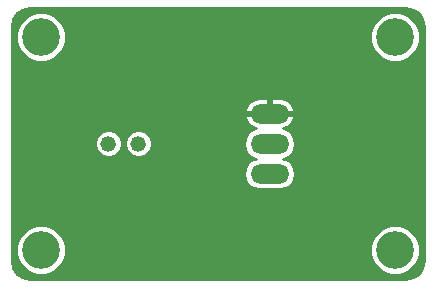
<source format=gbl>
G04 (created by PCBNEW (2013-07-07 BZR 4022)-stable) date 2015/2/26 10:28:25*
%MOIN*%
G04 Gerber Fmt 3.4, Leading zero omitted, Abs format*
%FSLAX34Y34*%
G01*
G70*
G90*
G04 APERTURE LIST*
%ADD10C,0.00590551*%
%ADD11O,0.129X0.0645*%
%ADD12C,0.126*%
%ADD13C,0.052*%
%ADD14C,0.032*%
%ADD15C,0.01*%
G04 APERTURE END LIST*
G54D10*
G54D11*
X24559Y-14354D03*
X24559Y-15354D03*
X24559Y-16354D03*
G54D12*
X16929Y-11811D03*
X28740Y-11811D03*
X16929Y-18897D03*
X28740Y-18897D03*
G54D13*
X19185Y-15354D03*
X20185Y-15354D03*
G54D14*
X21400Y-16250D03*
G54D10*
G36*
X29701Y-19270D02*
X29654Y-19506D01*
X29570Y-19632D01*
X29570Y-18733D01*
X29570Y-11646D01*
X29444Y-11341D01*
X29210Y-11107D01*
X28905Y-10981D01*
X28575Y-10980D01*
X28270Y-11106D01*
X28036Y-11340D01*
X27910Y-11645D01*
X27910Y-11975D01*
X28036Y-12280D01*
X28269Y-12514D01*
X28574Y-12640D01*
X28904Y-12641D01*
X29209Y-12515D01*
X29443Y-12281D01*
X29570Y-11976D01*
X29570Y-11646D01*
X29570Y-18733D01*
X29444Y-18428D01*
X29210Y-18194D01*
X28905Y-18067D01*
X28575Y-18067D01*
X28270Y-18193D01*
X28036Y-18426D01*
X27910Y-18731D01*
X27910Y-19062D01*
X28036Y-19367D01*
X28269Y-19600D01*
X28574Y-19727D01*
X28904Y-19727D01*
X29209Y-19601D01*
X29443Y-19368D01*
X29570Y-19063D01*
X29570Y-18733D01*
X29570Y-19632D01*
X29531Y-19690D01*
X29350Y-19811D01*
X29112Y-19859D01*
X25420Y-19859D01*
X25420Y-16354D01*
X25380Y-16154D01*
X25267Y-15984D01*
X25098Y-15871D01*
X25011Y-15854D01*
X25098Y-15837D01*
X25267Y-15723D01*
X25380Y-15554D01*
X25420Y-15354D01*
X25380Y-15154D01*
X25267Y-14984D01*
X25098Y-14871D01*
X25008Y-14853D01*
X25127Y-14817D01*
X25286Y-14688D01*
X25383Y-14508D01*
X25387Y-14485D01*
X25387Y-14223D01*
X25383Y-14200D01*
X25286Y-14020D01*
X25127Y-13890D01*
X24931Y-13831D01*
X24609Y-13831D01*
X24609Y-14304D01*
X25351Y-14304D01*
X25387Y-14223D01*
X25387Y-14485D01*
X25351Y-14404D01*
X24609Y-14404D01*
X24609Y-14412D01*
X24509Y-14412D01*
X24509Y-14404D01*
X24509Y-14304D01*
X24509Y-13831D01*
X24186Y-13831D01*
X23990Y-13890D01*
X23831Y-14020D01*
X23734Y-14200D01*
X23730Y-14223D01*
X23766Y-14304D01*
X24509Y-14304D01*
X24509Y-14404D01*
X23766Y-14404D01*
X23730Y-14485D01*
X23734Y-14508D01*
X23831Y-14688D01*
X23990Y-14817D01*
X24109Y-14853D01*
X24020Y-14871D01*
X23850Y-14984D01*
X23737Y-15154D01*
X23697Y-15354D01*
X23737Y-15554D01*
X23850Y-15723D01*
X24020Y-15837D01*
X24106Y-15854D01*
X24020Y-15871D01*
X23850Y-15984D01*
X23737Y-16154D01*
X23697Y-16354D01*
X23737Y-16554D01*
X23850Y-16723D01*
X24020Y-16837D01*
X24220Y-16876D01*
X24898Y-16876D01*
X25098Y-16837D01*
X25267Y-16723D01*
X25380Y-16554D01*
X25420Y-16354D01*
X25420Y-19859D01*
X20645Y-19859D01*
X20645Y-15263D01*
X20575Y-15094D01*
X20445Y-14964D01*
X20276Y-14894D01*
X20093Y-14894D01*
X19924Y-14964D01*
X19795Y-15093D01*
X19725Y-15262D01*
X19724Y-15445D01*
X19794Y-15614D01*
X19924Y-15744D01*
X20093Y-15814D01*
X20276Y-15814D01*
X20445Y-15744D01*
X20574Y-15615D01*
X20644Y-15446D01*
X20645Y-15263D01*
X20645Y-19859D01*
X19645Y-19859D01*
X19645Y-15263D01*
X19575Y-15094D01*
X19445Y-14964D01*
X19276Y-14894D01*
X19093Y-14894D01*
X18924Y-14964D01*
X18795Y-15093D01*
X18725Y-15262D01*
X18724Y-15445D01*
X18794Y-15614D01*
X18924Y-15744D01*
X19093Y-15814D01*
X19276Y-15814D01*
X19445Y-15744D01*
X19574Y-15615D01*
X19644Y-15446D01*
X19645Y-15263D01*
X19645Y-19859D01*
X17759Y-19859D01*
X17759Y-18733D01*
X17759Y-11646D01*
X17633Y-11341D01*
X17399Y-11107D01*
X17094Y-10981D01*
X16764Y-10980D01*
X16459Y-11106D01*
X16225Y-11340D01*
X16099Y-11645D01*
X16098Y-11975D01*
X16225Y-12280D01*
X16458Y-12514D01*
X16763Y-12640D01*
X17093Y-12641D01*
X17398Y-12515D01*
X17632Y-12281D01*
X17758Y-11976D01*
X17759Y-11646D01*
X17759Y-18733D01*
X17633Y-18428D01*
X17399Y-18194D01*
X17094Y-18067D01*
X16764Y-18067D01*
X16459Y-18193D01*
X16225Y-18426D01*
X16099Y-18731D01*
X16098Y-19062D01*
X16225Y-19367D01*
X16458Y-19600D01*
X16763Y-19727D01*
X17093Y-19727D01*
X17398Y-19601D01*
X17632Y-19368D01*
X17758Y-19063D01*
X17759Y-18733D01*
X17759Y-19859D01*
X16555Y-19859D01*
X16320Y-19812D01*
X16136Y-19689D01*
X16015Y-19507D01*
X15967Y-19269D01*
X15967Y-11439D01*
X16015Y-11201D01*
X16136Y-11019D01*
X16320Y-10896D01*
X16555Y-10849D01*
X29112Y-10849D01*
X29350Y-10897D01*
X29531Y-11018D01*
X29654Y-11202D01*
X29701Y-11437D01*
X29701Y-19270D01*
X29701Y-19270D01*
G37*
G54D15*
X29701Y-19270D02*
X29654Y-19506D01*
X29570Y-19632D01*
X29570Y-18733D01*
X29570Y-11646D01*
X29444Y-11341D01*
X29210Y-11107D01*
X28905Y-10981D01*
X28575Y-10980D01*
X28270Y-11106D01*
X28036Y-11340D01*
X27910Y-11645D01*
X27910Y-11975D01*
X28036Y-12280D01*
X28269Y-12514D01*
X28574Y-12640D01*
X28904Y-12641D01*
X29209Y-12515D01*
X29443Y-12281D01*
X29570Y-11976D01*
X29570Y-11646D01*
X29570Y-18733D01*
X29444Y-18428D01*
X29210Y-18194D01*
X28905Y-18067D01*
X28575Y-18067D01*
X28270Y-18193D01*
X28036Y-18426D01*
X27910Y-18731D01*
X27910Y-19062D01*
X28036Y-19367D01*
X28269Y-19600D01*
X28574Y-19727D01*
X28904Y-19727D01*
X29209Y-19601D01*
X29443Y-19368D01*
X29570Y-19063D01*
X29570Y-18733D01*
X29570Y-19632D01*
X29531Y-19690D01*
X29350Y-19811D01*
X29112Y-19859D01*
X25420Y-19859D01*
X25420Y-16354D01*
X25380Y-16154D01*
X25267Y-15984D01*
X25098Y-15871D01*
X25011Y-15854D01*
X25098Y-15837D01*
X25267Y-15723D01*
X25380Y-15554D01*
X25420Y-15354D01*
X25380Y-15154D01*
X25267Y-14984D01*
X25098Y-14871D01*
X25008Y-14853D01*
X25127Y-14817D01*
X25286Y-14688D01*
X25383Y-14508D01*
X25387Y-14485D01*
X25387Y-14223D01*
X25383Y-14200D01*
X25286Y-14020D01*
X25127Y-13890D01*
X24931Y-13831D01*
X24609Y-13831D01*
X24609Y-14304D01*
X25351Y-14304D01*
X25387Y-14223D01*
X25387Y-14485D01*
X25351Y-14404D01*
X24609Y-14404D01*
X24609Y-14412D01*
X24509Y-14412D01*
X24509Y-14404D01*
X24509Y-14304D01*
X24509Y-13831D01*
X24186Y-13831D01*
X23990Y-13890D01*
X23831Y-14020D01*
X23734Y-14200D01*
X23730Y-14223D01*
X23766Y-14304D01*
X24509Y-14304D01*
X24509Y-14404D01*
X23766Y-14404D01*
X23730Y-14485D01*
X23734Y-14508D01*
X23831Y-14688D01*
X23990Y-14817D01*
X24109Y-14853D01*
X24020Y-14871D01*
X23850Y-14984D01*
X23737Y-15154D01*
X23697Y-15354D01*
X23737Y-15554D01*
X23850Y-15723D01*
X24020Y-15837D01*
X24106Y-15854D01*
X24020Y-15871D01*
X23850Y-15984D01*
X23737Y-16154D01*
X23697Y-16354D01*
X23737Y-16554D01*
X23850Y-16723D01*
X24020Y-16837D01*
X24220Y-16876D01*
X24898Y-16876D01*
X25098Y-16837D01*
X25267Y-16723D01*
X25380Y-16554D01*
X25420Y-16354D01*
X25420Y-19859D01*
X20645Y-19859D01*
X20645Y-15263D01*
X20575Y-15094D01*
X20445Y-14964D01*
X20276Y-14894D01*
X20093Y-14894D01*
X19924Y-14964D01*
X19795Y-15093D01*
X19725Y-15262D01*
X19724Y-15445D01*
X19794Y-15614D01*
X19924Y-15744D01*
X20093Y-15814D01*
X20276Y-15814D01*
X20445Y-15744D01*
X20574Y-15615D01*
X20644Y-15446D01*
X20645Y-15263D01*
X20645Y-19859D01*
X19645Y-19859D01*
X19645Y-15263D01*
X19575Y-15094D01*
X19445Y-14964D01*
X19276Y-14894D01*
X19093Y-14894D01*
X18924Y-14964D01*
X18795Y-15093D01*
X18725Y-15262D01*
X18724Y-15445D01*
X18794Y-15614D01*
X18924Y-15744D01*
X19093Y-15814D01*
X19276Y-15814D01*
X19445Y-15744D01*
X19574Y-15615D01*
X19644Y-15446D01*
X19645Y-15263D01*
X19645Y-19859D01*
X17759Y-19859D01*
X17759Y-18733D01*
X17759Y-11646D01*
X17633Y-11341D01*
X17399Y-11107D01*
X17094Y-10981D01*
X16764Y-10980D01*
X16459Y-11106D01*
X16225Y-11340D01*
X16099Y-11645D01*
X16098Y-11975D01*
X16225Y-12280D01*
X16458Y-12514D01*
X16763Y-12640D01*
X17093Y-12641D01*
X17398Y-12515D01*
X17632Y-12281D01*
X17758Y-11976D01*
X17759Y-11646D01*
X17759Y-18733D01*
X17633Y-18428D01*
X17399Y-18194D01*
X17094Y-18067D01*
X16764Y-18067D01*
X16459Y-18193D01*
X16225Y-18426D01*
X16099Y-18731D01*
X16098Y-19062D01*
X16225Y-19367D01*
X16458Y-19600D01*
X16763Y-19727D01*
X17093Y-19727D01*
X17398Y-19601D01*
X17632Y-19368D01*
X17758Y-19063D01*
X17759Y-18733D01*
X17759Y-19859D01*
X16555Y-19859D01*
X16320Y-19812D01*
X16136Y-19689D01*
X16015Y-19507D01*
X15967Y-19269D01*
X15967Y-11439D01*
X16015Y-11201D01*
X16136Y-11019D01*
X16320Y-10896D01*
X16555Y-10849D01*
X29112Y-10849D01*
X29350Y-10897D01*
X29531Y-11018D01*
X29654Y-11202D01*
X29701Y-11437D01*
X29701Y-19270D01*
M02*

</source>
